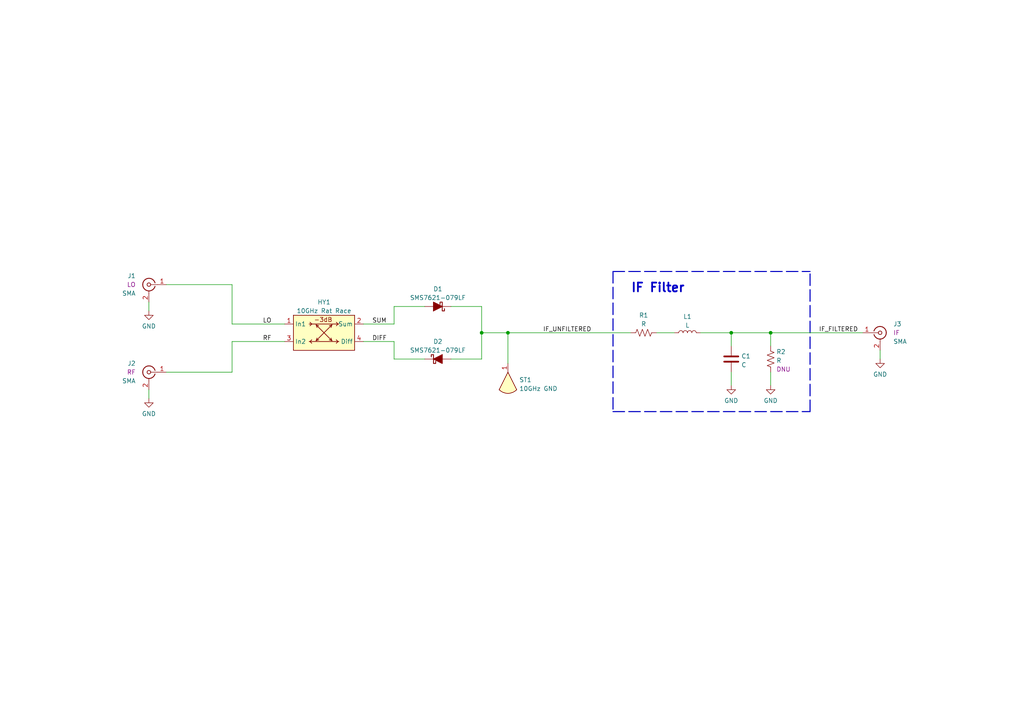
<source format=kicad_sch>
(kicad_sch (version 20211123) (generator eeschema)
  (paper "A4")
  (lib_symbols
    (symbol "Connector:Conn_Coaxial" (pin_names (offset 1.016) hide)
      (property "Reference" "J" (at 0.254 3.048 0))
      (property "Value" "Conn_Coaxial" (at 2.921 0 90))
      (symbol "Conn_Coaxial_0_1"
        (arc (start -1.778 -0.508) (mid 0.222 -1.808) (end 1.778 0) (stroke (width 0.254)))
        (polyline (pts (xy -2.54 0) (xy -0.508 0)))
        (polyline (pts (xy 0 -2.54) (xy 0 -1.778)))
        (circle (center 0 0) (radius 0.508) (stroke (width 0.2032)))
        (arc (start 1.778 0) (mid 0.222 1.8083) (end -1.778 0.508) (stroke (width 0.254)))
      )
      (symbol "Conn_Coaxial_1_1"
        (pin passive line (at -5.08 0 0) (length 2.54) (name "In") (number "1"))
        (pin passive line (at 0 -5.08 90) (length 2.54) (name "Ext") (number "2"))
      )
    )
    (symbol "Device:C" (pin_numbers hide) (pin_names (offset 0.254))
      (property "Reference" "C" (at 0.635 2.54 0))
      (property "Value" "C" (at 0.635 -2.54 0))
      (symbol "C_0_1"
        (polyline (pts (xy -2.032 -0.762) (xy 2.032 -0.762)) (stroke (width 0.508)))
        (polyline (pts (xy -2.032 0.762) (xy 2.032 0.762)) (stroke (width 0.508)))
      )
      (symbol "C_1_1"
        (pin passive line (at 0 3.81 270) (length 2.794) (name "~") (number "1"))
        (pin passive line (at 0 -3.81 90) (length 2.794) (name "~") (number "2"))
      )
    )
    (symbol "Device:D_Schottky_Filled" (pin_numbers hide) (pin_names (offset 1.016) hide)
      (property "Reference" "D" (at 0 2.54 0))
      (property "Value" "D_Schottky_Filled" (at 0 -2.54 0))
      (symbol "D_Schottky_Filled_0_1"
        (polyline (pts (xy 1.27 0) (xy -1.27 0)))
        (polyline (pts (xy 1.27 1.27) (xy 1.27 -1.27) (xy -1.27 0) (xy 1.27 1.27)) (stroke (width 0.254)) (fill (type outline)))
        (polyline (pts (xy -1.905 0.635) (xy -1.905 1.27) (xy -1.27 1.27) (xy -1.27 -1.27) (xy -0.635 -1.27) (xy -0.635 -0.635)) (stroke (width 0.254)))
      )
      (symbol "D_Schottky_Filled_1_1"
        (pin passive line (at -3.81 0 0) (length 2.54) (name "K") (number "1"))
        (pin passive line (at 3.81 0 180) (length 2.54) (name "A") (number "2"))
      )
    )
    (symbol "Device:L" (pin_numbers hide) (pin_names (offset 1.016) hide)
      (property "Reference" "L" (at -1.27 0 90))
      (property "Value" "L" (at 1.905 0 90))
      (symbol "L_0_1"
        (arc (start 0 -2.54) (mid 0.635 -1.905) (end 0 -1.27))
        (arc (start 0 -1.27) (mid 0.635 -0.635) (end 0 0))
        (arc (start 0 0) (mid 0.635 0.635) (end 0 1.27))
        (arc (start 0 1.27) (mid 0.635 1.905) (end 0 2.54))
      )
      (symbol "L_1_1"
        (pin passive line (at 0 3.81 270) (length 1.27) (name "1") (number "1"))
        (pin passive line (at 0 -3.81 90) (length 1.27) (name "2") (number "2"))
      )
    )
    (symbol "Device:R_US" (pin_numbers hide) (pin_names (offset 0))
      (property "Reference" "R" (at 2.54 0 90))
      (property "Value" "R_US" (at -2.54 0 90))
      (symbol "R_US_0_1"
        (polyline (pts (xy 0 -2.286) (xy 0 -2.54)))
        (polyline (pts (xy 0 2.286) (xy 0 2.54)))
        (polyline (pts (xy 0 -0.762) (xy 1.016 -1.143) (xy 0 -1.524) (xy -1.016 -1.905) (xy 0 -2.286)))
        (polyline (pts (xy 0 0.762) (xy 1.016 0.381) (xy 0 0) (xy -1.016 -0.381) (xy 0 -0.762)))
        (polyline (pts (xy 0 2.286) (xy 1.016 1.905) (xy 0 1.524) (xy -1.016 1.143) (xy 0 0.762)))
      )
      (symbol "R_US_1_1"
        (pin passive line (at 0 3.81 270) (length 1.27) (name "~") (number "1"))
        (pin passive line (at 0 -3.81 90) (length 1.27) (name "~") (number "2"))
      )
    )
    (symbol "Geometries_MLIN:RadialStub"
      (property "Reference" "ST" (at 0 7.62 0))
      (property "Value" "RadialStub" (at 0 5.08 0))
      (symbol "RadialStub_0_0"
        (polyline (pts (xy 2.54 2.54) (xy 0 -2.54) (xy -2.54 2.54)) (stroke (width 0.2032)) (fill (type background)))
        (arc (start 2.54 2.54) (mid 0 3.5896) (end -2.54 2.54) (stroke (width 0.2032)) (fill (type background)))
      )
      (symbol "RadialStub_1_1"
        (pin passive line (at 0 -5.08 90) (length 2.54) (name "") (number "1"))
      )
    )
    (symbol "Geometries_MLIN:RatRace_Coupler"
      (property "Reference" "HY" (at 0 6.35 0))
      (property "Value" "RatRace_Coupler" (at 0 -6.35 0))
      (symbol "RatRace_Coupler_0_0"
        (text "-3dB" (at -0.254 3.81 0) (effects (font (size 1.27 1.27))))
      )
      (symbol "RatRace_Coupler_0_1"
        (rectangle (start -8.89 5.08) (end 8.89 -5.08) (stroke (width 0.2032)) (fill (type background)))
        (polyline (pts (xy -4.318 -2.54) (xy 4.318 -2.54)) (stroke (width 0.2032)))
        (polyline (pts (xy -4.318 2.54) (xy 4.318 2.54)) (stroke (width 0.2032)))
        (polyline (pts (xy -4.064 -2.54) (xy -3.556 -3.048)) (stroke (width 0.2032)))
        (polyline (pts (xy -4.064 -2.54) (xy -3.556 -2.032)) (stroke (width 0.2032)))
        (polyline (pts (xy -3.556 2.54) (xy -4.064 2.032)) (stroke (width 0.2032)))
        (polyline (pts (xy -3.556 2.54) (xy -4.064 3.048)) (stroke (width 0.2032)))
        (polyline (pts (xy -2.286 -2.286) (xy -2.032 -1.524)) (stroke (width 0.2032)))
        (polyline (pts (xy -2.286 -2.286) (xy -1.524 -2.032)) (stroke (width 0.2032)))
        (polyline (pts (xy -2.286 -2.286) (xy 2.286 2.286)) (stroke (width 0.2032)))
        (polyline (pts (xy -2.286 2.286) (xy -2.032 1.524)) (stroke (width 0.2032)))
        (polyline (pts (xy -2.286 2.286) (xy -1.524 2.032)) (stroke (width 0.2032)))
        (polyline (pts (xy -2.286 2.286) (xy 2.286 -2.286)) (stroke (width 0.2032)))
        (polyline (pts (xy 2.286 -2.286) (xy 1.524 -2.032)) (stroke (width 0.2032)))
        (polyline (pts (xy 2.286 -2.286) (xy 2.032 -1.524)) (stroke (width 0.2032)))
        (polyline (pts (xy 2.286 2.286) (xy 1.524 2.032)) (stroke (width 0.2032)))
        (polyline (pts (xy 2.286 2.286) (xy 2.032 1.524)) (stroke (width 0.2032)))
        (polyline (pts (xy 4.064 -2.54) (xy 3.556 -3.048)) (stroke (width 0.2032)))
        (polyline (pts (xy 4.064 -2.54) (xy 3.556 -2.032)) (stroke (width 0.2032)))
        (polyline (pts (xy 4.064 2.54) (xy 3.556 2.032)) (stroke (width 0.2032)))
        (polyline (pts (xy 4.064 2.54) (xy 3.556 3.048)) (stroke (width 0.2032)))
      )
      (symbol "RatRace_Coupler_1_1"
        (pin passive line (at -11.43 2.54 0) (length 2.54) (name "In1") (number "1"))
        (pin passive line (at 11.43 2.54 180) (length 2.54) (name "Sum") (number "2"))
        (pin passive line (at -11.43 -2.54 0) (length 2.54) (name "In2") (number "3"))
        (pin passive line (at 11.43 -2.54 180) (length 2.54) (name "Diff") (number "4"))
      )
    )
    (symbol "power:GND" (power) (pin_names (offset 0))
      (property "Value" "GND" (at 0 -3.81 0))
      (symbol "GND_0_1"
        (polyline (pts (xy 0 0) (xy 0 -1.27) (xy 1.27 -1.27) (xy 0 -2.54) (xy -1.27 -1.27) (xy 0 -1.27)))
      )
      (symbol "GND_1_1"
        (pin power_in line (at 0 0 270) (length 0) hide (name "GND") (number "1"))
      )
    )
  )
  (junction (at 223.52 96.52))
  (junction (at 147.32 96.52))
  (junction (at 139.7 96.52))
  (junction (at 212.09 96.52))
  (polyline (pts (xy 177.8 78.74) (xy 177.8 119.38)) (stroke (width 0.3048)))
  (wire (pts (xy 139.7 96.52) (xy 139.7 88.9)))
  (wire (pts (xy 67.31 93.98) (xy 82.55 93.98)))
  (wire (pts (xy 203.2 96.52) (xy 212.09 96.52)))
  (wire (pts (xy 48.26 82.55) (xy 67.31 82.55)))
  (wire (pts (xy 255.27 101.6) (xy 255.27 104.14)))
  (polyline (pts (xy 177.8 78.74) (xy 234.95 78.74)) (stroke (width 0.3048)))
  (wire (pts (xy 67.31 82.55) (xy 67.31 93.98)))
  (wire (pts (xy 48.26 107.95) (xy 67.31 107.95)))
  (wire (pts (xy 114.3 104.14) (xy 114.3 99.06)))
  (wire (pts (xy 130.81 104.14) (xy 139.7 104.14)))
  (wire (pts (xy 105.41 99.06) (xy 114.3 99.06)))
  (wire (pts (xy 223.52 107.95) (xy 223.52 111.76)))
  (wire (pts (xy 223.52 96.52) (xy 223.52 100.33)))
  (wire (pts (xy 212.09 96.52) (xy 223.52 96.52)))
  (wire (pts (xy 147.32 96.52) (xy 182.88 96.52)))
  (polyline (pts (xy 234.95 119.38) (xy 234.95 78.74)) (stroke (width 0.3048)))
  (wire (pts (xy 212.09 96.52) (xy 212.09 100.33)))
  (wire (pts (xy 114.3 93.98) (xy 114.3 88.9)))
  (wire (pts (xy 43.18 87.63) (xy 43.18 90.17)))
  (wire (pts (xy 147.32 105.41) (xy 147.32 96.52)))
  (wire (pts (xy 105.41 93.98) (xy 114.3 93.98)))
  (wire (pts (xy 67.31 99.06) (xy 82.55 99.06)))
  (wire (pts (xy 212.09 107.95) (xy 212.09 111.76)))
  (wire (pts (xy 190.5 96.52) (xy 195.58 96.52)))
  (polyline (pts (xy 177.8 119.38) (xy 234.95 119.38)) (stroke (width 0.3048)))
  (wire (pts (xy 67.31 107.95) (xy 67.31 99.06)))
  (wire (pts (xy 123.19 104.14) (xy 114.3 104.14)))
  (wire (pts (xy 139.7 96.52) (xy 147.32 96.52)))
  (wire (pts (xy 139.7 104.14) (xy 139.7 96.52)))
  (wire (pts (xy 139.7 88.9) (xy 130.81 88.9)))
  (wire (pts (xy 114.3 88.9) (xy 123.19 88.9)))
  (wire (pts (xy 43.18 113.03) (xy 43.18 115.57)))
  (wire (pts (xy 223.52 96.52) (xy 250.19 96.52)))
  (text "IF Filter" (at 182.88 85.09 0) (effects (font (size 2.54 2.54) (thickness 0.508) bold) (justify left bottom)))
  (label "SUM" (at 107.95 93.98 0))
  (label "LO" (at 76.2 93.98 0))
  (label "RF" (at 76.2 99.06 0))
  (label "IF_UNFILTERED" (at 157.48 96.52 0))
  (label "DIFF" (at 107.95 99.06 0))
  (label "IF_FILTERED" (at 237.49 96.52 0))
  (symbol (lib_id "Geometries_MLIN:RatRace_Coupler") (at 93.98 96.52 0) (unit 1)
    (property "Reference" "HY1" (at 93.98 87.63 0))
    (property "Value" "10GHz Rat Race" (at 93.98 90.17 0))
    (property "Footprint" "Geometries_MLIN:RatRaceCoupler_Radius158.00mils_TraceWidth5.90mils" (effects hide))
  )
  (symbol (lib_id "power:GND") (at 43.18 90.17 0) (unit 1)
    (property "Reference" "#PWR01" (effects hide))
    (property "Value" "GND" (at 43.18 94.6134 0))
  )
  (symbol (lib_id "power:GND") (at 255.27 104.14 0) (mirror y) (unit 1)
    (property "Reference" "#PWR05" (effects hide))
    (property "Value" "GND" (at 255.27 108.5834 0))
  )
  (symbol (lib_id "power:GND") (at 223.52 111.76 0) (unit 1)
    (property "Reference" "#PWR04" (effects hide))
    (property "Value" "GND" (at 223.52 116.2034 0))
  )
  (symbol (lib_id "Geometries_MLIN:RadialStub") (at 147.32 110.49 180) (unit 1)
    (property "Reference" "ST1" (at 150.5966 110.1801 0) (effects (justify right)))
    (property "Value" "10GHz GND" (at 150.5966 112.717 0) (effects (justify right)))
    (property "Footprint" "Geometries_MLIN:RadialStub_L99.00mils_TraceWidth13.50mils_Angle80deg" (effects hide))
  )
  (symbol (lib_id "Device:D_Schottky_Filled") (at 127 104.14 0) (unit 1)
    (property "Reference" "D2" (at 127 99.06 0))
    (property "Value" "SMS7621-079LF" (at 127 101.6 0))
    (property "Footprint" "Diode_SMD:D_SOD-523" (effects hide))
    (property "Datasheet" "https://www.skyworksinc.com/-/media/SkyWorks/Documents/Products/201-300/Surface_Mount_Schottky_Diodes_200041AG.pdf" (effects hide))
  )
  (symbol (lib_id "Device:D_Schottky_Filled") (at 127 88.9 180) (unit 1)
    (property "Reference" "D1" (at 127 83.82 0))
    (property "Value" "SMS7621-079LF" (at 127 86.36 0))
    (property "Footprint" "Diode_SMD:D_SOD-523" (effects hide))
    (property "Datasheet" "https://www.skyworksinc.com/-/media/SkyWorks/Documents/Products/201-300/Surface_Mount_Schottky_Diodes_200041AG.pdf" (effects hide))
  )
  (symbol (lib_id "Device:R_US") (at 223.52 104.14 180) (unit 1)
    (property "Reference" "R2" (at 225.171 102.0369 0) (effects (justify right)))
    (property "Value" "R" (at 225.171 104.5738 0) (effects (justify right)))
    (property "Footprint" "Resistor_SMD:R_0603_1608Metric" (effects hide))
    (property "BOM" "DNU" (at 225.171 107.1107 0) (effects (justify right)))
  )
  (symbol (lib_id "Connector:Conn_Coaxial") (at 43.18 82.55 0) (mirror y) (unit 1)
    (property "Reference" "J1" (at 39.37 80.0069 0) (effects (justify left)))
    (property "Value" "SMA" (at 39.37 85.09 0) (effects (justify left)))
    (property "Footprint" "irex_Connector_Coaxial:SMA_Cinch_142-0761-861_EdgeMount" (effects hide))
    (property "Datasheet" " ~" (effects hide))
    (property "CONN" "LO" (at 39.37 82.5531 0) (effects (justify left)))
  )
  (symbol (lib_id "Connector:Conn_Coaxial") (at 43.18 107.95 0) (mirror y) (unit 1)
    (property "Reference" "J2" (at 39.37 105.4069 0) (effects (justify left)))
    (property "Value" "SMA" (at 39.37 110.49 0) (effects (justify left)))
    (property "Footprint" "irex_Connector_Coaxial:SMA_Cinch_142-0761-861_EdgeMount" (effects hide))
    (property "Datasheet" " ~" (effects hide))
    (property "CONN" "RF" (at 39.37 107.9531 0) (effects (justify left)))
  )
  (symbol (lib_id "power:GND") (at 212.09 111.76 0) (unit 1)
    (property "Reference" "#PWR03" (effects hide))
    (property "Value" "GND" (at 212.09 116.2034 0))
  )
  (symbol (lib_id "power:GND") (at 43.18 115.57 0) (unit 1)
    (property "Reference" "#PWR02" (effects hide))
    (property "Value" "GND" (at 43.18 120.0134 0))
  )
  (symbol (lib_id "Device:R_US") (at 186.69 96.52 90) (unit 1)
    (property "Reference" "R1" (at 186.69 91.44 90))
    (property "Value" "R" (at 186.69 93.9769 90))
    (property "Footprint" "Resistor_SMD:R_0603_1608Metric" (effects hide))
  )
  (symbol (lib_id "Device:C") (at 212.09 104.14 0) (unit 1)
    (property "Reference" "C1" (at 215.011 103.3053 0) (effects (justify left)))
    (property "Value" "C" (at 215.011 105.8422 0) (effects (justify left)))
    (property "Footprint" "Capacitor_SMD:C_0603_1608Metric" (effects hide))
  )
  (symbol (lib_id "Connector:Conn_Coaxial") (at 255.27 96.52 0) (unit 1)
    (property "Reference" "J3" (at 259.08 93.9769 0) (effects (justify left)))
    (property "Value" "SMA" (at 259.08 99.06 0) (effects (justify left)))
    (property "Footprint" "irex_Connector_Coaxial:SMA_Cinch_142-0761-861_EdgeMount" (effects hide))
    (property "Datasheet" " ~" (effects hide))
    (property "CONN" "IF" (at 259.08 96.5231 0) (effects (justify left)))
  )
  (symbol (lib_id "Device:L") (at 199.39 96.52 90) (unit 1)
    (property "Reference" "L1" (at 199.39 91.821 90))
    (property "Value" "L" (at 199.39 94.3579 90))
    (property "Footprint" "Inductor_SMD:L_0805_2012Metric" (effects hide))
  )
)
</source>
